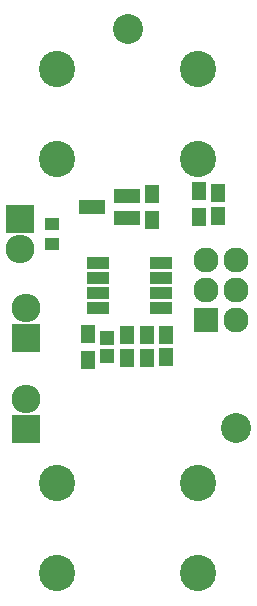
<source format=gbr>
G04 #@! TF.FileFunction,Soldermask,Top*
%FSLAX46Y46*%
G04 Gerber Fmt 4.6, Leading zero omitted, Abs format (unit mm)*
G04 Created by KiCad (PCBNEW 4.0.5+dfsg1-4) date Thu Jun 25 19:11:42 2020*
%MOMM*%
%LPD*%
G01*
G04 APERTURE LIST*
%ADD10C,0.100000*%
%ADD11R,1.950000X1.000000*%
%ADD12C,3.070000*%
%ADD13R,1.197560X1.197560*%
%ADD14R,1.200000X1.000000*%
%ADD15R,1.150000X1.600000*%
%ADD16R,1.300000X1.600000*%
%ADD17R,2.300000X1.200000*%
%ADD18R,2.432000X2.432000*%
%ADD19O,2.432000X2.432000*%
%ADD20R,2.127200X2.127200*%
%ADD21O,2.127200X2.127200*%
%ADD22C,2.540000*%
G04 APERTURE END LIST*
D10*
D11*
X146011800Y-93181400D03*
X146011800Y-94451400D03*
X146011800Y-95721400D03*
X146011800Y-96991400D03*
X151411800Y-96991400D03*
X151411800Y-95721400D03*
X151411800Y-94451400D03*
X151411800Y-93181400D03*
D12*
X142553200Y-76757000D03*
X142553200Y-84377000D03*
X142553200Y-84377000D03*
X142553200Y-76757000D03*
X142553200Y-76757000D03*
X142553200Y-84377000D03*
X142553200Y-84377000D03*
X142553200Y-76757000D03*
X142553200Y-84377000D03*
X142553200Y-119426000D03*
X142553200Y-111806000D03*
D13*
X146809320Y-99511080D03*
X146809320Y-101009680D03*
D14*
X142125560Y-89823520D03*
X142125560Y-91523520D03*
D15*
X151818200Y-99244300D03*
X151818200Y-101144300D03*
D16*
X154576640Y-87079960D03*
X154576640Y-89279960D03*
D15*
X150179900Y-99252000D03*
X150179900Y-101152000D03*
D12*
X154553200Y-119376000D03*
X154553200Y-111756000D03*
X154553200Y-111756000D03*
X154553200Y-119376000D03*
X154553200Y-119376000D03*
X154553200Y-111756000D03*
X154553200Y-111756000D03*
X154553200Y-119376000D03*
X154553200Y-111756000D03*
X154553200Y-76707000D03*
X154553200Y-84327000D03*
D17*
X148544400Y-89356200D03*
X148544400Y-87456200D03*
X145544400Y-88406200D03*
D18*
X139981800Y-99480600D03*
D19*
X139981800Y-96940600D03*
D18*
X139994500Y-107227600D03*
D19*
X139994500Y-104687600D03*
D20*
X155183700Y-97982000D03*
D21*
X157723700Y-97982000D03*
X155183700Y-95442000D03*
X157723700Y-95442000D03*
X155183700Y-92902000D03*
X157723700Y-92902000D03*
D16*
X145178640Y-101395760D03*
X145178640Y-99195760D03*
D15*
X148478100Y-99269700D03*
X148478100Y-101169700D03*
D16*
X150634560Y-89488240D03*
X150634560Y-87288240D03*
D18*
X139489040Y-89437440D03*
D19*
X139489040Y-91977440D03*
D22*
X157756720Y-107115840D03*
X148617800Y-73323680D03*
D15*
X156212400Y-89127560D03*
X156212400Y-87227560D03*
M02*

</source>
